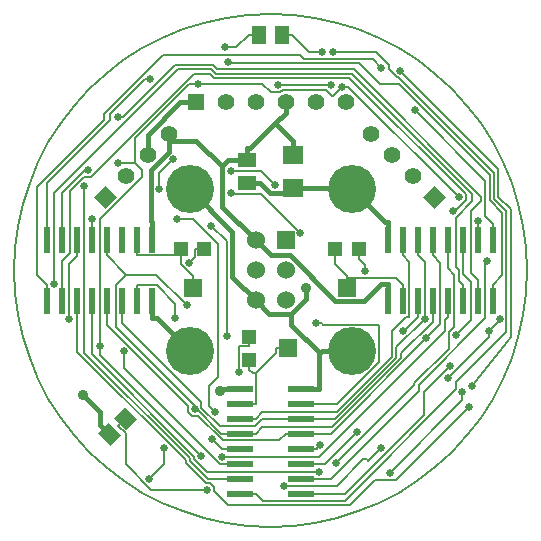
<source format=gbl>
G04 (created by PCBNEW-RS274X (2011-07-08)-stable) date Sat 07 Jan 2012 09:55:37 PM CET*
G01*
G70*
G90*
%MOIN*%
G04 Gerber Fmt 3.4, Leading zero omitted, Abs format*
%FSLAX34Y34*%
G04 APERTURE LIST*
%ADD10C,0.006000*%
%ADD11C,0.008000*%
%ADD12R,0.060000X0.060000*%
%ADD13C,0.060000*%
%ADD14R,0.023600X0.086600*%
%ADD15R,0.086600X0.023600*%
%ADD16C,0.160000*%
%ADD17R,0.059000X0.051100*%
%ADD18R,0.070800X0.062900*%
%ADD19R,0.051100X0.059000*%
%ADD20R,0.047200X0.047200*%
%ADD21R,0.059100X0.063000*%
%ADD22R,0.063000X0.059100*%
%ADD23R,0.055000X0.055000*%
%ADD24C,0.055000*%
%ADD25C,0.025000*%
%ADD26C,0.035000*%
%ADD27C,0.016000*%
G04 APERTURE END LIST*
G54D10*
G54D11*
X32750Y-19300D02*
X32005Y-19333D01*
X31266Y-19430D01*
X30538Y-19592D01*
X29826Y-19816D01*
X29137Y-20102D01*
X28476Y-20446D01*
X27846Y-20847D01*
X27255Y-21301D01*
X26705Y-21805D01*
X26201Y-22355D01*
X25747Y-22946D01*
X25346Y-23576D01*
X25002Y-24237D01*
X24716Y-24926D01*
X24492Y-25638D01*
X24330Y-26366D01*
X24233Y-27105D01*
X24200Y-27850D01*
X24200Y-27850D02*
X24233Y-28595D01*
X24330Y-29334D01*
X24492Y-30062D01*
X24716Y-30774D01*
X25002Y-31463D01*
X25346Y-32124D01*
X25747Y-32754D01*
X26201Y-33345D01*
X26705Y-33895D01*
X27255Y-34399D01*
X27846Y-34853D01*
X28476Y-35254D01*
X29137Y-35598D01*
X29826Y-35884D01*
X30538Y-36108D01*
X31266Y-36270D01*
X32005Y-36367D01*
X32750Y-36400D01*
X32750Y-36400D02*
X33495Y-36367D01*
X34234Y-36270D01*
X34962Y-36108D01*
X35674Y-35884D01*
X36363Y-35598D01*
X37025Y-35254D01*
X37654Y-34853D01*
X38245Y-34399D01*
X38795Y-33895D01*
X39299Y-33345D01*
X39753Y-32754D01*
X40154Y-32124D01*
X40498Y-31463D01*
X40784Y-30774D01*
X41008Y-30062D01*
X41170Y-29334D01*
X41267Y-28595D01*
X41300Y-27850D01*
X41300Y-27850D02*
X41267Y-27105D01*
X41170Y-26366D01*
X41008Y-25638D01*
X40784Y-24926D01*
X40498Y-24237D01*
X40154Y-23576D01*
X39753Y-22946D01*
X39299Y-22355D01*
X38795Y-21805D01*
X38245Y-21301D01*
X37654Y-20847D01*
X37025Y-20446D01*
X36363Y-20102D01*
X35674Y-19816D01*
X34962Y-19592D01*
X34234Y-19430D01*
X33495Y-19333D01*
X32750Y-19300D01*
G54D12*
X33250Y-26850D03*
G54D13*
X32250Y-26850D03*
X33250Y-27850D03*
X32250Y-27850D03*
X33250Y-28850D03*
X32250Y-28850D03*
G54D14*
X36650Y-26827D03*
X37150Y-26827D03*
X37650Y-26827D03*
X38150Y-26827D03*
X38650Y-26827D03*
X39150Y-26827D03*
X39650Y-26827D03*
X40150Y-26827D03*
X40150Y-28873D03*
X39650Y-28873D03*
X39150Y-28873D03*
X38650Y-28873D03*
X38150Y-28873D03*
X37650Y-28873D03*
X37150Y-28873D03*
X36650Y-28873D03*
X28800Y-28873D03*
X28300Y-28873D03*
X27800Y-28873D03*
X27300Y-28873D03*
X26800Y-28873D03*
X26300Y-28873D03*
X25800Y-28873D03*
X25300Y-28873D03*
X25300Y-26827D03*
X25800Y-26827D03*
X26300Y-26827D03*
X26800Y-26827D03*
X27300Y-26827D03*
X27800Y-26827D03*
X28300Y-26827D03*
X28800Y-26827D03*
G54D15*
X33773Y-31800D03*
X33773Y-32300D03*
X33773Y-32800D03*
X33773Y-33300D03*
X33773Y-33800D03*
X33773Y-34300D03*
X33773Y-34800D03*
X33773Y-35300D03*
X31727Y-35300D03*
X31727Y-34800D03*
X31727Y-34300D03*
X31727Y-33800D03*
X31727Y-33300D03*
X31727Y-32800D03*
X31727Y-32300D03*
X31727Y-31800D03*
G54D10*
G36*
X27414Y-33703D02*
X26997Y-33286D01*
X27358Y-32925D01*
X27775Y-33342D01*
X27414Y-33703D01*
X27414Y-33703D01*
G37*
G36*
X27942Y-33175D02*
X27525Y-32758D01*
X27886Y-32397D01*
X28303Y-32814D01*
X27942Y-33175D01*
X27942Y-33175D01*
G37*
G54D16*
X30050Y-25150D03*
X35450Y-25150D03*
X30050Y-30550D03*
X35450Y-30550D03*
G54D17*
X31950Y-24176D03*
X31950Y-24924D03*
G54D18*
X33500Y-23999D03*
X33500Y-25101D03*
G54D19*
X32376Y-20000D03*
X33124Y-20000D03*
G54D20*
X32041Y-30844D03*
X32041Y-30056D03*
G54D21*
X33321Y-30450D03*
G54D20*
X34906Y-27141D03*
X35694Y-27141D03*
G54D22*
X35300Y-28421D03*
G54D20*
X29756Y-27141D03*
X30544Y-27141D03*
G54D22*
X30150Y-28421D03*
G54D23*
X30250Y-22250D03*
G54D24*
X31250Y-22250D03*
X32250Y-22250D03*
X33250Y-22250D03*
X34250Y-22250D03*
X35250Y-22250D03*
G54D10*
G36*
X27239Y-25800D02*
X26850Y-25411D01*
X27239Y-25022D01*
X27628Y-25411D01*
X27239Y-25800D01*
X27239Y-25800D01*
G37*
G54D24*
X27946Y-24704D03*
X28654Y-23996D03*
X29361Y-23289D03*
G54D10*
G36*
X38600Y-25411D02*
X38211Y-25800D01*
X37822Y-25411D01*
X38211Y-25022D01*
X38600Y-25411D01*
X38600Y-25411D01*
G37*
G54D24*
X37504Y-24704D03*
X36796Y-23996D03*
X36089Y-23289D03*
G54D25*
X34448Y-20569D03*
X37946Y-30098D03*
X34250Y-29600D03*
X34407Y-33664D03*
X36424Y-33768D03*
X33191Y-35052D03*
X35633Y-33243D03*
X39956Y-27532D03*
X38728Y-31040D03*
X37055Y-21190D03*
X39450Y-31700D03*
X34829Y-20570D03*
X34753Y-21668D03*
X32984Y-21680D03*
X26545Y-25048D03*
X27851Y-30524D03*
X30783Y-33469D03*
X34929Y-34270D03*
X38921Y-29995D03*
X39650Y-26198D03*
X37565Y-22517D03*
X31329Y-20914D03*
X27679Y-22728D03*
X25538Y-28291D03*
X31142Y-34064D03*
X34371Y-34566D03*
X39373Y-32401D03*
X38826Y-25858D03*
X36443Y-21089D03*
X28724Y-21483D03*
X26654Y-24496D03*
X26037Y-29474D03*
X26800Y-26137D03*
X29640Y-26137D03*
X30908Y-32586D03*
X29191Y-33770D03*
X28702Y-34788D03*
X29958Y-29014D03*
X30620Y-35166D03*
X30224Y-32484D03*
X31220Y-20418D03*
X37881Y-29459D03*
X31420Y-24523D03*
X32896Y-24989D03*
X29036Y-25151D03*
X29504Y-24146D03*
X31419Y-25254D03*
X33738Y-26606D03*
X31292Y-30035D03*
X30778Y-26355D03*
X39014Y-25410D03*
X35132Y-21742D03*
X38672Y-31421D03*
X39146Y-31895D03*
X36726Y-34604D03*
X40016Y-29873D03*
X40382Y-29480D03*
X27055Y-30383D03*
X30439Y-34048D03*
X30343Y-21634D03*
X27666Y-24258D03*
G54D26*
X33928Y-28421D03*
G54D25*
X30021Y-27598D03*
X35902Y-27875D03*
X31686Y-31239D03*
X37172Y-29860D03*
X29565Y-29437D03*
G54D26*
X26493Y-31995D03*
X31047Y-31859D03*
G54D10*
X34042Y-20569D02*
X34448Y-20569D01*
X33473Y-20000D02*
X34042Y-20569D01*
X33124Y-20000D02*
X33473Y-20000D01*
X38412Y-29632D02*
X37946Y-30098D01*
X38412Y-27615D02*
X38412Y-29632D01*
X38150Y-27353D02*
X38412Y-27615D01*
X38150Y-26827D02*
X38150Y-27353D01*
X34758Y-33300D02*
X33773Y-33300D01*
X37946Y-30112D02*
X34758Y-33300D01*
X37946Y-30098D02*
X37946Y-30112D01*
X33247Y-33300D02*
X33773Y-33300D01*
X33036Y-33511D02*
X33247Y-33300D01*
X31149Y-33511D02*
X33036Y-33511D01*
X30340Y-32702D02*
X31149Y-33511D01*
X30135Y-32702D02*
X30340Y-32702D01*
X30006Y-32573D02*
X30135Y-32702D01*
X30006Y-32368D02*
X30006Y-32573D01*
X27300Y-29662D02*
X30006Y-32368D01*
X27300Y-28873D02*
X27300Y-29662D01*
X34965Y-32300D02*
X33773Y-32300D01*
X36356Y-30909D02*
X34965Y-32300D01*
X36356Y-29671D02*
X36356Y-30909D01*
X36340Y-29655D02*
X36356Y-29671D01*
X34502Y-29655D02*
X36340Y-29655D01*
X34447Y-29600D02*
X34502Y-29655D01*
X34250Y-29600D02*
X34447Y-29600D01*
G54D11*
X34953Y-35052D02*
X33191Y-35052D01*
X34953Y-35036D02*
X34953Y-35052D01*
X35841Y-34148D02*
X34953Y-35036D01*
X35961Y-34148D02*
X35841Y-34148D01*
X36003Y-34189D02*
X35961Y-34148D01*
X36424Y-33768D02*
X36003Y-34189D01*
X34309Y-33762D02*
X34407Y-33664D01*
X34309Y-33800D02*
X34309Y-33762D01*
X33773Y-33800D02*
X34309Y-33800D01*
X34576Y-34300D02*
X35633Y-33243D01*
X33773Y-34300D02*
X34576Y-34300D01*
X39905Y-27583D02*
X39956Y-27532D01*
X39905Y-29446D02*
X39905Y-27583D01*
X37682Y-31669D02*
X39905Y-29446D01*
X37682Y-31872D02*
X37682Y-31669D01*
X34754Y-34800D02*
X37682Y-31872D01*
X33773Y-34800D02*
X34754Y-34800D01*
X37877Y-31891D02*
X38728Y-31040D01*
X37877Y-32657D02*
X37877Y-31891D01*
X35234Y-35300D02*
X37877Y-32657D01*
X33773Y-35300D02*
X35234Y-35300D01*
X40754Y-30082D02*
X39450Y-31700D01*
X40754Y-25812D02*
X40754Y-30082D01*
X40339Y-25397D02*
X40754Y-25812D01*
X40339Y-24474D02*
X40339Y-25397D01*
X37055Y-21190D02*
X40339Y-24474D01*
X36261Y-20570D02*
X34829Y-20570D01*
X36685Y-20994D02*
X36261Y-20570D01*
X36685Y-21147D02*
X36685Y-20994D01*
X36956Y-21418D02*
X36685Y-21147D01*
X37011Y-21418D02*
X36956Y-21418D01*
X40195Y-24602D02*
X37011Y-21418D01*
X40195Y-25456D02*
X40195Y-24602D01*
X40611Y-25872D02*
X40195Y-25456D01*
X40611Y-29889D02*
X40611Y-25872D01*
X38918Y-31582D02*
X40611Y-29889D01*
X38918Y-31819D02*
X38918Y-31582D01*
X35216Y-35521D02*
X38918Y-31819D01*
X32484Y-35521D02*
X35216Y-35521D01*
X32263Y-35300D02*
X32484Y-35521D01*
X31727Y-35300D02*
X32263Y-35300D01*
X34741Y-21680D02*
X32984Y-21680D01*
X34753Y-21668D02*
X34741Y-21680D01*
X26545Y-30595D02*
X26545Y-25048D01*
X30068Y-34118D02*
X26545Y-30595D01*
X30068Y-34202D02*
X30068Y-34118D01*
X30661Y-34795D02*
X30068Y-34202D01*
X31186Y-34795D02*
X30661Y-34795D01*
X31191Y-34800D02*
X31186Y-34795D01*
X31727Y-34800D02*
X31191Y-34800D01*
X31055Y-34300D02*
X31727Y-34300D01*
X27851Y-31096D02*
X31055Y-34300D01*
X27851Y-30524D02*
X27851Y-31096D01*
X31114Y-33800D02*
X31727Y-33800D01*
X30783Y-33469D02*
X31114Y-33800D01*
X37539Y-31660D02*
X34929Y-34270D01*
X37539Y-31609D02*
X37539Y-31660D01*
X38693Y-30455D02*
X37539Y-31609D01*
X38693Y-29901D02*
X38693Y-30455D01*
X38871Y-29723D02*
X38693Y-29901D01*
X38871Y-27988D02*
X38871Y-29723D01*
X38650Y-27767D02*
X38871Y-27988D01*
X38650Y-26827D02*
X38650Y-27767D01*
X39417Y-29499D02*
X38921Y-29995D01*
X39417Y-28236D02*
X39417Y-29499D01*
X39158Y-27977D02*
X39417Y-28236D01*
X39158Y-27371D02*
X39158Y-27977D01*
X39150Y-27363D02*
X39158Y-27371D01*
X39150Y-26827D02*
X39150Y-27363D01*
X39650Y-26827D02*
X39650Y-26198D01*
X39909Y-24861D02*
X37565Y-22517D01*
X39909Y-26050D02*
X39909Y-24861D01*
X40150Y-26291D02*
X39909Y-26050D01*
X40150Y-26827D02*
X40150Y-26291D01*
X31356Y-20941D02*
X31329Y-20914D01*
X35691Y-20941D02*
X31356Y-20941D01*
X36398Y-21648D02*
X35691Y-20941D01*
X37021Y-21648D02*
X36398Y-21648D01*
X40052Y-24679D02*
X37021Y-21648D01*
X40052Y-25516D02*
X40052Y-24679D01*
X40468Y-25932D02*
X40052Y-25516D01*
X40468Y-28019D02*
X40468Y-25932D01*
X40150Y-28337D02*
X40468Y-28019D01*
X40150Y-28873D02*
X40150Y-28337D01*
X27822Y-22728D02*
X27679Y-22728D01*
X29547Y-21003D02*
X27822Y-22728D01*
X30836Y-21003D02*
X29547Y-21003D01*
X30976Y-21143D02*
X30836Y-21003D01*
X35517Y-21143D02*
X30976Y-21143D01*
X39765Y-25391D02*
X35517Y-21143D01*
X39765Y-25533D02*
X39765Y-25391D01*
X39417Y-25881D02*
X39765Y-25533D01*
X39417Y-27934D02*
X39417Y-25881D01*
X39650Y-28167D02*
X39417Y-27934D01*
X39650Y-28873D02*
X39650Y-28167D01*
X25538Y-25281D02*
X25538Y-28291D01*
X29673Y-21146D02*
X25538Y-25281D01*
X30776Y-21146D02*
X29673Y-21146D01*
X30917Y-21287D02*
X30776Y-21146D01*
X35457Y-21287D02*
X30917Y-21287D01*
X39475Y-25305D02*
X35457Y-21287D01*
X39475Y-25540D02*
X39475Y-25305D01*
X38915Y-26100D02*
X39475Y-25540D01*
X38915Y-27735D02*
X38915Y-26100D01*
X39015Y-27835D02*
X38915Y-27735D01*
X39015Y-28202D02*
X39015Y-27835D01*
X39150Y-28337D02*
X39015Y-28202D01*
X39150Y-28873D02*
X39150Y-28337D01*
X34348Y-34064D02*
X31142Y-34064D01*
X38550Y-29862D02*
X34348Y-34064D01*
X38550Y-29509D02*
X38550Y-29862D01*
X38650Y-29409D02*
X38550Y-29509D01*
X38650Y-28873D02*
X38650Y-29409D01*
X30635Y-34566D02*
X34371Y-34566D01*
X30211Y-34142D02*
X30635Y-34566D01*
X30211Y-34058D02*
X30211Y-34142D01*
X26800Y-30647D02*
X30211Y-34058D01*
X26800Y-28873D02*
X26800Y-30647D01*
X26300Y-30556D02*
X26300Y-28873D01*
X29925Y-34181D02*
X26300Y-30556D01*
X29925Y-34262D02*
X29925Y-34181D01*
X30601Y-34938D02*
X29925Y-34262D01*
X30732Y-34938D02*
X30601Y-34938D01*
X30865Y-35071D02*
X30732Y-34938D01*
X30865Y-35202D02*
X30865Y-35071D01*
X31328Y-35665D02*
X30865Y-35202D01*
X35408Y-35665D02*
X31328Y-35665D01*
X36240Y-34833D02*
X35408Y-35665D01*
X36941Y-34833D02*
X36240Y-34833D01*
X39373Y-32401D02*
X36941Y-34833D01*
X25800Y-27534D02*
X25800Y-28873D01*
X26078Y-27256D02*
X25800Y-27534D01*
X26078Y-25188D02*
X26078Y-27256D01*
X26527Y-24739D02*
X26078Y-25188D01*
X26747Y-24739D02*
X26527Y-24739D01*
X30197Y-21289D02*
X26747Y-24739D01*
X30716Y-21289D02*
X30197Y-21289D01*
X30858Y-21431D02*
X30716Y-21289D01*
X35380Y-21431D02*
X30858Y-21431D01*
X39262Y-25313D02*
X35380Y-21431D01*
X39262Y-25493D02*
X39262Y-25313D01*
X38897Y-25858D02*
X39262Y-25493D01*
X38826Y-25858D02*
X38897Y-25858D01*
X25300Y-28337D02*
X25300Y-28873D01*
X24964Y-28001D02*
X25300Y-28337D01*
X24964Y-25080D02*
X24964Y-28001D01*
X27210Y-22834D02*
X24964Y-25080D01*
X27210Y-22629D02*
X27210Y-22834D01*
X29154Y-20685D02*
X27210Y-22629D01*
X33735Y-20685D02*
X29154Y-20685D01*
X33848Y-20798D02*
X33735Y-20685D01*
X36152Y-20798D02*
X33848Y-20798D01*
X36443Y-21089D02*
X36152Y-20798D01*
X25300Y-24947D02*
X25300Y-26827D01*
X27405Y-22842D02*
X25300Y-24947D01*
X27405Y-22637D02*
X27405Y-22842D01*
X28559Y-21483D02*
X27405Y-22637D01*
X28724Y-21483D02*
X28559Y-21483D01*
X26654Y-24497D02*
X26654Y-24496D01*
X26566Y-24497D02*
X26654Y-24497D01*
X25800Y-25263D02*
X26566Y-24497D01*
X25800Y-26827D02*
X25800Y-25263D01*
X26037Y-27626D02*
X26037Y-29474D01*
X26300Y-27363D02*
X26037Y-27626D01*
X26300Y-26827D02*
X26300Y-27363D01*
X26800Y-26827D02*
X26800Y-26137D01*
X29191Y-34299D02*
X29191Y-33770D01*
X28702Y-34788D02*
X29191Y-34299D01*
X30692Y-32370D02*
X30908Y-32586D01*
X30692Y-31698D02*
X30692Y-32370D01*
X30991Y-31399D02*
X30692Y-31698D01*
X30991Y-26970D02*
X30991Y-31399D01*
X30158Y-26137D02*
X30991Y-26970D01*
X29640Y-26137D02*
X30158Y-26137D01*
G54D10*
X32253Y-33300D02*
X31727Y-33300D01*
X32475Y-33078D02*
X32253Y-33300D01*
X32475Y-33077D02*
X32475Y-33078D01*
X34808Y-33077D02*
X32475Y-33077D01*
X37102Y-30783D02*
X34808Y-33077D01*
X37102Y-30610D02*
X37102Y-30783D01*
X38150Y-29562D02*
X37102Y-30610D01*
X38150Y-28873D02*
X38150Y-29562D01*
X28768Y-35166D02*
X30620Y-35166D01*
X27914Y-34312D02*
X28768Y-35166D01*
X27914Y-33277D02*
X27914Y-34312D01*
X27669Y-33031D02*
X27914Y-33277D01*
X27914Y-32786D02*
X27669Y-33031D01*
X31113Y-33300D02*
X31727Y-33300D01*
X30297Y-32484D02*
X31113Y-33300D01*
X30224Y-32484D02*
X30297Y-32484D01*
X27300Y-27353D02*
X27937Y-27990D01*
X27300Y-26827D02*
X27300Y-27353D01*
X28934Y-27990D02*
X29958Y-29014D01*
X27937Y-27990D02*
X28934Y-27990D01*
X27588Y-28339D02*
X27937Y-27990D01*
X27588Y-29745D02*
X27588Y-28339D01*
X30224Y-32381D02*
X27588Y-29745D01*
X30224Y-32484D02*
X30224Y-32381D01*
X32253Y-32300D02*
X32253Y-31279D01*
X31727Y-32300D02*
X32253Y-32300D01*
X32933Y-30599D02*
X32253Y-31279D01*
X32933Y-30450D02*
X32933Y-30599D01*
X33321Y-30450D02*
X32933Y-30450D01*
X32147Y-31279D02*
X32253Y-31279D01*
X32041Y-31173D02*
X32147Y-31279D01*
X32041Y-30844D02*
X32041Y-31173D01*
X35379Y-28117D02*
X35300Y-28196D01*
X36920Y-28117D02*
X35379Y-28117D01*
X37150Y-28347D02*
X36920Y-28117D01*
X37150Y-28873D02*
X37150Y-28347D01*
X35300Y-28421D02*
X35300Y-28196D01*
X34906Y-27639D02*
X34906Y-27141D01*
X35300Y-28033D02*
X34906Y-27639D01*
X35300Y-28196D02*
X35300Y-28033D01*
X29756Y-27141D02*
X29756Y-27353D01*
X28300Y-27353D02*
X29756Y-27353D01*
X28300Y-26827D02*
X28300Y-27353D01*
X30150Y-28033D02*
X30150Y-28421D01*
X30149Y-28033D02*
X30150Y-28033D01*
X29756Y-27640D02*
X30149Y-28033D01*
X29756Y-27353D02*
X29756Y-27640D01*
X31610Y-20418D02*
X31220Y-20418D01*
X32028Y-20000D02*
X31610Y-20418D01*
X32376Y-20000D02*
X32028Y-20000D01*
X36943Y-30397D02*
X37881Y-29459D01*
X36943Y-30769D02*
X36943Y-30397D01*
X34912Y-32800D02*
X36943Y-30769D01*
X33773Y-32800D02*
X34912Y-32800D01*
X37881Y-27584D02*
X37881Y-29459D01*
X37650Y-27353D02*
X37881Y-27584D01*
X37650Y-26827D02*
X37650Y-27353D01*
X27800Y-29608D02*
X27800Y-28873D01*
X30442Y-32250D02*
X27800Y-29608D01*
X30442Y-32430D02*
X30442Y-32250D01*
X31061Y-33049D02*
X30442Y-32430D01*
X32216Y-33049D02*
X31061Y-33049D01*
X32465Y-32800D02*
X32216Y-33049D01*
X33773Y-32800D02*
X32465Y-32800D01*
X31423Y-24526D02*
X31420Y-24523D01*
X32433Y-24526D02*
X31423Y-24526D01*
X32896Y-24989D02*
X32433Y-24526D01*
X31453Y-25288D02*
X31419Y-25254D01*
X32420Y-25288D02*
X31453Y-25288D01*
X33738Y-26606D02*
X32420Y-25288D01*
X29036Y-24614D02*
X29036Y-25151D01*
X29504Y-24146D02*
X29036Y-24614D01*
X31292Y-30035D02*
X31292Y-26869D01*
X31292Y-26869D02*
X30778Y-26355D01*
X40016Y-30077D02*
X38672Y-31421D01*
X40016Y-29873D02*
X40016Y-30077D01*
X40382Y-29507D02*
X40016Y-29873D01*
X40382Y-29480D02*
X40382Y-29507D01*
X39146Y-32184D02*
X39146Y-31895D01*
X36726Y-34604D02*
X39146Y-32184D01*
X35346Y-21742D02*
X39014Y-25410D01*
X35132Y-21742D02*
X35346Y-21742D01*
X27055Y-30664D02*
X27055Y-30383D01*
X30439Y-34048D02*
X27055Y-30664D01*
X28230Y-24258D02*
X27666Y-24258D01*
X28466Y-24494D02*
X28230Y-24258D01*
X28466Y-24724D02*
X28466Y-24494D01*
X27055Y-26135D02*
X28466Y-24724D01*
X27055Y-30383D02*
X27055Y-26135D01*
X30041Y-21634D02*
X30343Y-21634D01*
X28230Y-23445D02*
X30041Y-21634D01*
X28230Y-24258D02*
X28230Y-23445D01*
X34843Y-22031D02*
X35132Y-21742D01*
X34800Y-22031D02*
X34843Y-22031D01*
X34594Y-21825D02*
X34800Y-22031D01*
X33147Y-21825D02*
X34594Y-21825D01*
X33054Y-21918D02*
X33147Y-21825D01*
X32755Y-21918D02*
X33054Y-21918D01*
X32471Y-21634D02*
X32755Y-21918D01*
X30343Y-21634D02*
X32471Y-21634D01*
G54D27*
X33928Y-28799D02*
X33928Y-28421D01*
X33434Y-29293D02*
X33928Y-28799D01*
X31475Y-28075D02*
X32250Y-28850D01*
X31475Y-26575D02*
X31475Y-28075D01*
X30050Y-25150D02*
X31475Y-26575D01*
X32693Y-29293D02*
X33434Y-29293D01*
X32250Y-28850D02*
X32693Y-29293D01*
X33434Y-29670D02*
X34382Y-30618D01*
X33434Y-29293D02*
X33434Y-29670D01*
X34450Y-30550D02*
X35450Y-30550D01*
X34382Y-30618D02*
X34450Y-30550D01*
X35401Y-25101D02*
X35450Y-25150D01*
X33500Y-25101D02*
X35401Y-25101D01*
X34349Y-30651D02*
X34382Y-30618D01*
X34349Y-31800D02*
X34349Y-30651D01*
X33773Y-31800D02*
X34349Y-31800D01*
X28654Y-23340D02*
X28654Y-23996D01*
X29744Y-22250D02*
X28654Y-23340D01*
X30250Y-22250D02*
X29744Y-22250D01*
X36551Y-26251D02*
X35450Y-25150D01*
X36650Y-26251D02*
X36551Y-26251D01*
X36650Y-26827D02*
X36650Y-26251D01*
X28800Y-29449D02*
X28800Y-28873D01*
X28949Y-29449D02*
X28800Y-29449D01*
X30050Y-30550D02*
X28949Y-29449D01*
X33344Y-25257D02*
X33500Y-25101D01*
X32721Y-25257D02*
X33344Y-25257D01*
X32388Y-24924D02*
X32721Y-25257D01*
X31950Y-24924D02*
X32388Y-24924D01*
G54D10*
X30215Y-27404D02*
X30021Y-27598D01*
X30215Y-27141D02*
X30215Y-27404D01*
X30544Y-27141D02*
X30215Y-27141D01*
X35902Y-27678D02*
X35902Y-27875D01*
X35694Y-27470D02*
X35902Y-27678D01*
X35694Y-27141D02*
X35694Y-27470D01*
X31686Y-30411D02*
X31686Y-31239D01*
X31712Y-30385D02*
X31686Y-30411D01*
X32041Y-30385D02*
X31712Y-30385D01*
X32041Y-30056D02*
X32041Y-30385D01*
X32253Y-32800D02*
X31727Y-32800D01*
X32471Y-32582D02*
X32253Y-32800D01*
X34957Y-32582D02*
X32471Y-32582D01*
X36813Y-30726D02*
X34957Y-32582D01*
X36813Y-29859D02*
X36813Y-30726D01*
X37273Y-29399D02*
X36813Y-29859D01*
X37349Y-29399D02*
X37273Y-29399D01*
X37365Y-29383D02*
X37349Y-29399D01*
X37365Y-27568D02*
X37365Y-29383D01*
X37150Y-27353D02*
X37365Y-27568D01*
X37150Y-26827D02*
X37150Y-27353D01*
X37189Y-29860D02*
X37172Y-29860D01*
X37650Y-29399D02*
X37189Y-29860D01*
X37650Y-28873D02*
X37650Y-29399D01*
X29565Y-28955D02*
X29565Y-29437D01*
X28957Y-28347D02*
X29565Y-28955D01*
X28300Y-28347D02*
X28957Y-28347D01*
X28300Y-28873D02*
X28300Y-28347D01*
G54D27*
X33250Y-22604D02*
X32906Y-22948D01*
X33250Y-22250D02*
X33250Y-22604D01*
X27077Y-32579D02*
X26493Y-31995D01*
X27077Y-33004D02*
X27077Y-32579D01*
X27386Y-33314D02*
X27077Y-33004D01*
X33500Y-23542D02*
X32906Y-22948D01*
X33500Y-23999D02*
X33500Y-23542D01*
X32076Y-23778D02*
X32906Y-22948D01*
X31950Y-23778D02*
X32076Y-23778D01*
X31950Y-24176D02*
X31950Y-23778D01*
X32750Y-27350D02*
X32250Y-26850D01*
X33388Y-27350D02*
X32750Y-27350D01*
X34909Y-28871D02*
X33388Y-27350D01*
X35860Y-28871D02*
X34909Y-28871D01*
X36434Y-28297D02*
X35860Y-28871D01*
X36650Y-28297D02*
X36434Y-28297D01*
X36650Y-28873D02*
X36650Y-28297D01*
X29361Y-23289D02*
X29361Y-23535D01*
X28800Y-26251D02*
X28800Y-26827D01*
X28768Y-26219D02*
X28800Y-26251D01*
X28768Y-24504D02*
X28768Y-26219D01*
X29361Y-23911D02*
X28768Y-24504D01*
X29361Y-23535D02*
X29361Y-23911D01*
X30275Y-23535D02*
X31121Y-24381D01*
X29361Y-23535D02*
X30275Y-23535D01*
X31121Y-25721D02*
X31121Y-24381D01*
X32250Y-26850D02*
X31121Y-25721D01*
X31326Y-24176D02*
X31950Y-24176D01*
X31121Y-24381D02*
X31326Y-24176D01*
X31092Y-31859D02*
X31047Y-31859D01*
X31151Y-31800D02*
X31092Y-31859D01*
X31727Y-31800D02*
X31151Y-31800D01*
M02*

</source>
